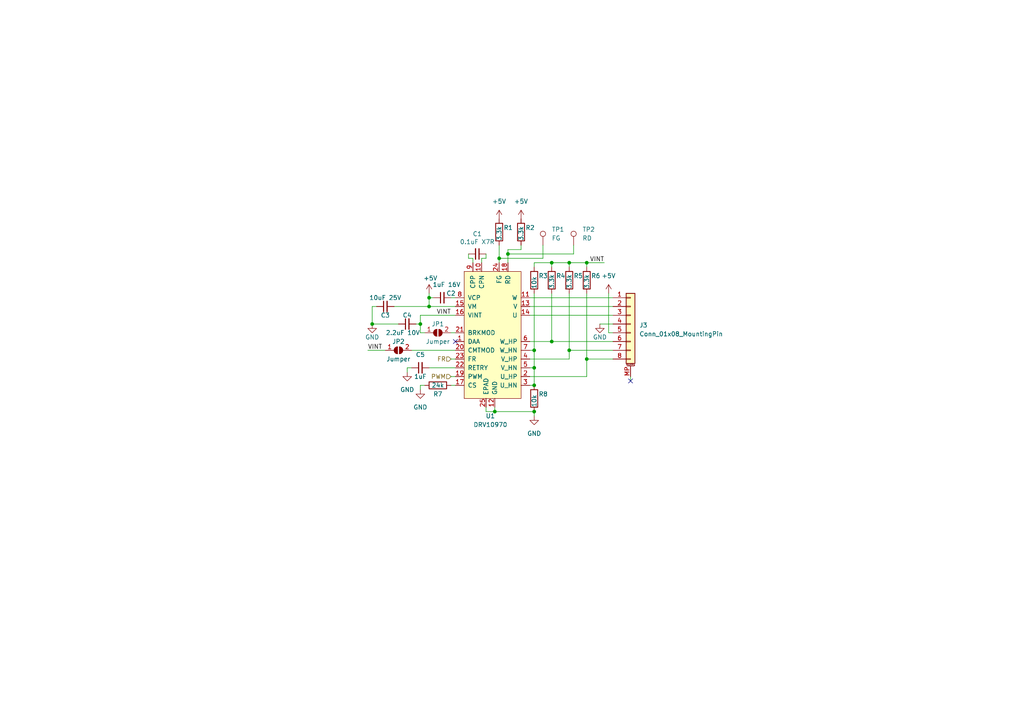
<source format=kicad_sch>
(kicad_sch (version 20211123) (generator eeschema)
  (paper "A4")
  (lib_symbols
    (symbol "Connector:TestPoint" (pin_numbers hide) (pin_names (offset 0.762) hide)
      (property "Reference" "TP" (at 0 6.858 0))
      (property "Value" "TestPoint" (at 0 5.08 0))
      (symbol "TestPoint_0_1"
        (circle (center 0 3.302) (radius 0.762))
      )
      (symbol "TestPoint_1_1"
        (pin passive line (at 0 0 90) (length 2.54) (name "1") (number "1"))
      )
    )
    (symbol "Connector_Generic_MountingPin:Conn_01x08_MountingPin" (pin_names (offset 1.016) hide)
      (property "Reference" "J" (at 0 10.16 0))
      (property "Value" "Conn_01x08_MountingPin" (at 1.27 -12.7 0))
      (symbol "Conn_01x08_MountingPin_1_1"
        (rectangle (start -1.27 -10.033) (end 0 -10.287) (stroke (width 0.1524)))
        (rectangle (start -1.27 -7.493) (end 0 -7.747) (stroke (width 0.1524)))
        (rectangle (start -1.27 -4.953) (end 0 -5.207) (stroke (width 0.1524)))
        (rectangle (start -1.27 -2.413) (end 0 -2.667) (stroke (width 0.1524)))
        (rectangle (start -1.27 0.127) (end 0 -0.127) (stroke (width 0.1524)))
        (rectangle (start -1.27 2.667) (end 0 2.413) (stroke (width 0.1524)))
        (rectangle (start -1.27 5.207) (end 0 4.953) (stroke (width 0.1524)))
        (rectangle (start -1.27 7.747) (end 0 7.493) (stroke (width 0.1524)))
        (rectangle (start -1.27 8.89) (end 1.27 -11.43) (stroke (width 0.254)) (fill (type background)))
        (polyline (pts (xy -1.016 -12.192) (xy 1.016 -12.192)) (stroke (width 0.1524)))
        (text "Mounting" (at 0 -11.811 0) (effects (font (size 0.381 0.381))))
        (pin passive line (at -5.08 7.62 0) (length 3.81) (name "Pin_1") (number "1"))
        (pin passive line (at -5.08 5.08 0) (length 3.81) (name "Pin_2") (number "2"))
        (pin passive line (at -5.08 2.54 0) (length 3.81) (name "Pin_3") (number "3"))
        (pin passive line (at -5.08 0 0) (length 3.81) (name "Pin_4") (number "4"))
        (pin passive line (at -5.08 -2.54 0) (length 3.81) (name "Pin_5") (number "5"))
        (pin passive line (at -5.08 -5.08 0) (length 3.81) (name "Pin_6") (number "6"))
        (pin passive line (at -5.08 -7.62 0) (length 3.81) (name "Pin_7") (number "7"))
        (pin passive line (at -5.08 -10.16 0) (length 3.81) (name "Pin_8") (number "8"))
        (pin passive line (at 0 -15.24 90) (length 3.048) (name "MountPin") (number "MP"))
      )
    )
    (symbol "DRV10970-HS2_Parts_1" (pin_names (offset 1.016))
      (property "Reference" "U1" (at 1.27 -25.4 0))
      (property "Value" "DRV10970-HS2_Parts_1" (at 1.27 -27.94 0))
      (symbol "DRV10970-HS2_Parts_1_0_1"
        (rectangle (start -6.35 16.51) (end 10.16 -20.32) (fill (type background)))
      )
      (symbol "DRV10970-HS2_Parts_1_1_1"
        (pin input line (at -8.89 -3.81 0) (length 2.54) (name "DAA") (number "1"))
        (pin output line (at -1.27 19.05 270) (length 2.54) (name "CPN") (number "10"))
        (pin power_out line (at 12.7 8.89 180) (length 2.54) (name "W") (number "11"))
        (pin power_in line (at 2.54 -22.86 90) (length 2.54) (name "GND") (number "12"))
        (pin power_out line (at 12.7 6.35 180) (length 2.54) (name "V") (number "13"))
        (pin power_out line (at 12.7 3.81 180) (length 2.54) (name "U") (number "14"))
        (pin power_in line (at -8.89 6.35 0) (length 2.54) (name "VM") (number "15"))
        (pin power_out line (at -8.89 3.81 0) (length 2.54) (name "VINT") (number "16"))
        (pin input line (at -8.89 -16.51 0) (length 2.54) (name "CS") (number "17"))
        (pin output line (at 6.35 19.05 270) (length 2.54) (name "RD") (number "18"))
        (pin input line (at -8.89 -13.97 0) (length 2.54) (name "PWM") (number "19"))
        (pin input line (at 12.7 -13.97 180) (length 2.54) (name "U_HP") (number "2"))
        (pin input line (at -8.89 -6.35 0) (length 2.54) (name "CMTMOD") (number "20"))
        (pin input line (at -8.89 -1.27 0) (length 2.54) (name "BRKMOD") (number "21"))
        (pin input line (at -8.89 -11.43 0) (length 2.54) (name "RETRY") (number "22"))
        (pin input line (at -8.89 -8.89 0) (length 2.54) (name "FR") (number "23"))
        (pin output line (at 3.81 19.05 270) (length 2.54) (name "FG") (number "24"))
        (pin power_in line (at 0 -22.86 90) (length 2.54) (name "EPAD") (number "25"))
        (pin input line (at 12.7 -16.51 180) (length 2.54) (name "U_HN") (number "3"))
        (pin input line (at 12.7 -8.89 180) (length 2.54) (name "V_HP") (number "4"))
        (pin input line (at 12.7 -11.43 180) (length 2.54) (name "V_HN") (number "5"))
        (pin input line (at 12.7 -3.81 180) (length 2.54) (name "W_HP") (number "6"))
        (pin input line (at 12.7 -6.35 180) (length 2.54) (name "W_HN") (number "7"))
        (pin output line (at -8.89 8.89 0) (length 2.54) (name "VCP") (number "8"))
        (pin output line (at -3.81 19.05 270) (length 2.54) (name "CPP") (number "9"))
      )
    )
    (symbol "Device:C_Small" (pin_numbers hide) (pin_names (offset 0.254) hide)
      (property "Reference" "C" (at 0.254 1.778 0))
      (property "Value" "C_Small" (at 0.254 -2.032 0))
      (symbol "C_Small_0_1"
        (polyline (pts (xy -1.524 -0.508) (xy 1.524 -0.508)) (stroke (width 0.3302)))
        (polyline (pts (xy -1.524 0.508) (xy 1.524 0.508)) (stroke (width 0.3048)))
      )
      (symbol "C_Small_1_1"
        (pin passive line (at 0 2.54 270) (length 2.032) (name "~") (number "1"))
        (pin passive line (at 0 -2.54 90) (length 2.032) (name "~") (number "2"))
      )
    )
    (symbol "Device:R" (pin_numbers hide) (pin_names (offset 0))
      (property "Reference" "R" (at 2.032 0 90))
      (property "Value" "R" (at 0 0 90))
      (symbol "R_0_1"
        (rectangle (start -1.016 -2.54) (end 1.016 2.54) (stroke (width 0.254)))
      )
      (symbol "R_1_1"
        (pin passive line (at 0 3.81 270) (length 1.27) (name "~") (number "1"))
        (pin passive line (at 0 -3.81 90) (length 1.27) (name "~") (number "2"))
      )
    )
    (symbol "Jumper:SolderJumper_2_Open" (pin_names (offset 0) hide)
      (property "Reference" "JP" (at 0 2.032 0))
      (property "Value" "SolderJumper_2_Open" (at 0 -2.54 0))
      (symbol "SolderJumper_2_Open_0_1"
        (arc (start -0.254 1.016) (mid -1.27 0) (end -0.254 -1.016))
        (arc (start -0.254 1.016) (mid -1.27 0) (end -0.254 -1.016) (fill (type outline)))
        (polyline (pts (xy -0.254 1.016) (xy -0.254 -1.016)))
        (polyline (pts (xy 0.254 1.016) (xy 0.254 -1.016)))
        (arc (start 0.254 -1.016) (mid 1.27 0) (end 0.254 1.016))
        (arc (start 0.254 -1.016) (mid 1.27 0) (end 0.254 1.016) (fill (type outline)))
      )
      (symbol "SolderJumper_2_Open_1_1"
        (pin passive line (at -3.81 0 0) (length 2.54) (name "A") (number "1"))
        (pin passive line (at 3.81 0 180) (length 2.54) (name "B") (number "2"))
      )
    )
    (symbol "power:+5V" (power) (pin_names (offset 0))
      (property "Value" "+5V" (at 0 3.556 0))
      (symbol "+5V_0_1"
        (polyline (pts (xy -0.762 1.27) (xy 0 2.54)))
        (polyline (pts (xy 0 0) (xy 0 2.54)))
        (polyline (pts (xy 0 2.54) (xy 0.762 1.27)))
      )
      (symbol "+5V_1_1"
        (pin power_in line (at 0 0 90) (length 0) hide (name "+5V") (number "1"))
      )
    )
    (symbol "power:GND" (power) (pin_names (offset 0))
      (property "Value" "GND" (at 0 -3.81 0))
      (symbol "GND_0_1"
        (polyline (pts (xy 0 0) (xy 0 -1.27) (xy 1.27 -1.27) (xy 0 -2.54) (xy -1.27 -1.27) (xy 0 -1.27)))
      )
      (symbol "GND_1_1"
        (pin power_in line (at 0 0 270) (length 0) hide (name "GND") (number "1"))
      )
    )
  )
  (junction (at 160.02 76.2))
  (junction (at 107.95 93.98))
  (junction (at 143.51 119.38))
  (junction (at 121.92 93.98))
  (junction (at 147.32 73.66))
  (junction (at 170.18 76.2))
  (junction (at 124.46 86.36))
  (junction (at 144.78 74.93))
  (junction (at 124.46 88.9))
  (junction (at 154.94 119.38))
  (junction (at 154.94 101.6))
  (junction (at 160.02 99.06))
  (junction (at 154.94 111.76))
  (junction (at 154.94 106.68))
  (junction (at 165.1 76.2))
  (junction (at 170.18 104.14))
  (junction (at 165.1 101.6))
  (no_connect (at 182.88 110.49))
  (no_connect (at 132.08 99.06))
  (wire (pts (xy 120.65 93.98) (xy 121.92 93.98)))
  (wire (pts (xy 176.53 85.09) (xy 176.53 96.52)))
  (wire (pts (xy 121.92 91.44) (xy 132.08 91.44)))
  (wire (pts (xy 154.94 119.38) (xy 143.51 119.38)))
  (wire (pts (xy 125.73 86.36) (xy 124.46 86.36)))
  (wire (pts (xy 130.81 86.36) (xy 132.08 86.36)))
  (wire (pts (xy 166.37 73.66) (xy 147.32 73.66)))
  (wire (pts (xy 135.89 73.66) (xy 135.89 74.93)))
  (wire (pts (xy 124.46 106.68) (xy 132.08 106.68)))
  (wire (pts (xy 154.94 111.76) (xy 154.94 106.68)))
  (wire (pts (xy 165.1 76.2) (xy 170.18 76.2)))
  (wire (pts (xy 147.32 73.66) (xy 147.32 76.2)))
  (wire (pts (xy 121.92 93.98) (xy 121.92 91.44)))
  (wire (pts (xy 160.02 76.2) (xy 165.1 76.2)))
  (wire (pts (xy 157.48 74.93) (xy 157.48 71.12)))
  (wire (pts (xy 130.81 104.14) (xy 132.08 104.14)))
  (wire (pts (xy 173.99 93.98) (xy 177.8 93.98)))
  (wire (pts (xy 121.92 111.76) (xy 121.92 113.03)))
  (wire (pts (xy 165.1 76.2) (xy 165.1 77.47)))
  (wire (pts (xy 139.7 76.2) (xy 139.7 74.93)))
  (wire (pts (xy 139.7 74.93) (xy 140.97 74.93)))
  (wire (pts (xy 154.94 76.2) (xy 160.02 76.2)))
  (wire (pts (xy 177.8 96.52) (xy 176.53 96.52)))
  (wire (pts (xy 140.97 73.66) (xy 140.97 74.93)))
  (wire (pts (xy 160.02 99.06) (xy 177.8 99.06)))
  (wire (pts (xy 124.46 85.09) (xy 124.46 86.36)))
  (wire (pts (xy 123.19 111.76) (xy 121.92 111.76)))
  (wire (pts (xy 160.02 77.47) (xy 160.02 76.2)))
  (wire (pts (xy 144.78 76.2) (xy 144.78 74.93)))
  (wire (pts (xy 147.32 72.39) (xy 151.13 72.39)))
  (wire (pts (xy 143.51 118.11) (xy 143.51 119.38)))
  (wire (pts (xy 182.88 110.49) (xy 182.88 109.22)))
  (wire (pts (xy 143.51 119.38) (xy 140.97 119.38)))
  (wire (pts (xy 107.95 93.98) (xy 115.57 93.98)))
  (wire (pts (xy 154.94 77.47) (xy 154.94 76.2)))
  (wire (pts (xy 107.95 88.9) (xy 109.22 88.9)))
  (wire (pts (xy 144.78 71.12) (xy 144.78 74.93)))
  (wire (pts (xy 154.94 106.68) (xy 154.94 101.6)))
  (wire (pts (xy 165.1 101.6) (xy 165.1 85.09)))
  (wire (pts (xy 107.95 88.9) (xy 107.95 93.98)))
  (wire (pts (xy 153.67 109.22) (xy 170.18 109.22)))
  (wire (pts (xy 137.16 74.93) (xy 135.89 74.93)))
  (wire (pts (xy 153.67 106.68) (xy 154.94 106.68)))
  (wire (pts (xy 154.94 85.09) (xy 154.94 101.6)))
  (wire (pts (xy 154.94 120.65) (xy 154.94 119.38)))
  (wire (pts (xy 153.67 111.76) (xy 154.94 111.76)))
  (wire (pts (xy 144.78 74.93) (xy 157.48 74.93)))
  (wire (pts (xy 140.97 119.38) (xy 140.97 118.11)))
  (wire (pts (xy 160.02 85.09) (xy 160.02 99.06)))
  (wire (pts (xy 119.38 106.68) (xy 118.11 106.68)))
  (wire (pts (xy 153.67 99.06) (xy 160.02 99.06)))
  (wire (pts (xy 170.18 104.14) (xy 177.8 104.14)))
  (wire (pts (xy 165.1 104.14) (xy 165.1 101.6)))
  (wire (pts (xy 130.81 111.76) (xy 132.08 111.76)))
  (wire (pts (xy 151.13 72.39) (xy 151.13 71.12)))
  (wire (pts (xy 170.18 76.2) (xy 175.26 76.2)))
  (wire (pts (xy 119.38 101.6) (xy 132.08 101.6)))
  (wire (pts (xy 124.46 86.36) (xy 124.46 88.9)))
  (wire (pts (xy 121.92 93.98) (xy 121.92 96.52)))
  (wire (pts (xy 153.67 88.9) (xy 177.8 88.9)))
  (wire (pts (xy 170.18 104.14) (xy 170.18 85.09)))
  (wire (pts (xy 165.1 101.6) (xy 177.8 101.6)))
  (wire (pts (xy 106.68 101.6) (xy 111.76 101.6)))
  (wire (pts (xy 118.11 106.68) (xy 118.11 107.95)))
  (wire (pts (xy 130.81 109.22) (xy 132.08 109.22)))
  (wire (pts (xy 114.3 88.9) (xy 124.46 88.9)))
  (wire (pts (xy 170.18 77.47) (xy 170.18 76.2)))
  (wire (pts (xy 124.46 88.9) (xy 132.08 88.9)))
  (wire (pts (xy 166.37 71.12) (xy 166.37 73.66)))
  (wire (pts (xy 123.19 96.52) (xy 121.92 96.52)))
  (wire (pts (xy 170.18 109.22) (xy 170.18 104.14)))
  (wire (pts (xy 153.67 86.36) (xy 177.8 86.36)))
  (wire (pts (xy 153.67 101.6) (xy 154.94 101.6)))
  (wire (pts (xy 130.81 96.52) (xy 132.08 96.52)))
  (wire (pts (xy 147.32 72.39) (xy 147.32 73.66)))
  (wire (pts (xy 153.67 91.44) (xy 177.8 91.44)))
  (wire (pts (xy 153.67 104.14) (xy 165.1 104.14)))
  (wire (pts (xy 137.16 76.2) (xy 137.16 74.93)))
  (label "VINT" (at 175.26 76.2 180))
  (label "VINT" (at 106.68 101.6 0))
  (label "VINT" (at 130.81 91.44 180))
  (hierarchical_label "PWM" (shape input) (at 130.81 109.22 180))
  (hierarchical_label "FR" (shape input) (at 130.81 104.14 180))
  (symbol (lib_id "Connector:TestPoint") (at 157.48 71.12 0) (unit 1)
    (property "Reference" "TP1" (at 160.02 66.5479 0) (effects (justify left)))
    (property "Value" "FG" (at 160.02 69.0879 0) (effects (justify left)))
    (property "Footprint" "TestPoint:TestPoint_Pad_D1.0mm" (effects hide))
  )
  (symbol (lib_id "power:GND") (at 107.95 93.98 0) (unit 1)
    (property "Reference" "#PWR07" (effects hide))
    (property "Value" "GND" (at 107.95 97.79 0))
  )
  (symbol (lib_id "power:GND") (at 118.11 107.95 0) (unit 1)
    (property "Reference" "#PWR09" (effects hide))
    (property "Value" "GND" (at 118.11 113.03 0))
  )
  (symbol (lib_id "power:+5V") (at 124.46 85.09 0) (unit 1)
    (property "Reference" "#PWR05" (effects hide))
    (property "Value" "+5V" (at 124.841 80.6958 0))
  )
  (symbol (lib_id "Device:R") (at 151.13 67.31 0) (unit 1)
    (property "Reference" "R2" (at 152.4 66.04 0) (effects (justify left)))
    (property "Value" "3.3k" (at 151.13 69.85 90) (effects (justify left)))
    (property "Footprint" "Resistor_SMD:R_0603_1608Metric_Pad0.98x0.95mm_HandSolder" (effects hide))
  )
  (symbol (lib_id "power:GND") (at 173.99 93.98 0) (unit 1)
    (property "Reference" "#PWR08" (effects hide))
    (property "Value" "GND" (at 173.99 97.79 0))
  )
  (symbol (lib_id "Device:R") (at 165.1 81.28 0) (unit 1)
    (property "Reference" "R5" (at 166.37 80.01 0) (effects (justify left)))
    (property "Value" "3.3k" (at 165.1 83.82 90) (effects (justify left)))
    (property "Footprint" "Resistor_SMD:R_0603_1608Metric_Pad0.98x0.95mm_HandSolder" (effects hide))
  )
  (symbol (lib_id "Jumper:SolderJumper_2_Open") (at 115.57 101.6 0) (unit 1)
    (property "Reference" "JP2" (at 115.57 99.06 0))
    (property "Value" "Jumper" (at 115.57 104.14 0))
    (property "Footprint" "Jumper:SolderJumper-2_P1.3mm_Open_RoundedPad1.0x1.5mm" (effects hide))
  )
  (symbol (lib_id "Device:C_Small") (at 138.43 73.66 270) (unit 1)
    (property "Reference" "C1" (at 138.43 67.8434 90))
    (property "Value" "0.1uF X7R" (at 138.43 70.1548 90))
    (property "Footprint" "Capacitor_SMD:C_0603_1608Metric_Pad1.08x0.95mm_HandSolder" (effects hide))
  )
  (symbol (lib_id "Jumper:SolderJumper_2_Open") (at 127 96.52 0) (unit 1)
    (property "Reference" "JP1" (at 127 93.98 0))
    (property "Value" "Jumper" (at 127 99.06 0))
    (property "Footprint" "Jumper:SolderJumper-2_P1.3mm_Open_RoundedPad1.0x1.5mm" (effects hide))
  )
  (symbol (lib_id "Device:R") (at 127 111.76 90) (unit 1)
    (property "Reference" "R7" (at 127 114.3 90))
    (property "Value" "24k" (at 127 111.76 90))
    (property "Footprint" "Resistor_SMD:R_0603_1608Metric_Pad0.98x0.95mm_HandSolder" (effects hide))
  )
  (symbol (lib_id "Device:R") (at 154.94 81.28 0) (unit 1)
    (property "Reference" "R3" (at 156.21 80.01 0) (effects (justify left)))
    (property "Value" "10k" (at 154.94 83.82 90) (effects (justify left)))
    (property "Footprint" "Resistor_SMD:R_0603_1608Metric_Pad0.98x0.95mm_HandSolder" (effects hide))
  )
  (symbol (lib_id "Device:C_Small") (at 111.76 88.9 90) (unit 1)
    (property "Reference" "C3" (at 111.76 91.44 90))
    (property "Value" "10uF 25V" (at 111.76 86.36 90))
    (property "Footprint" "Capacitor_SMD:C_0603_1608Metric_Pad1.08x0.95mm_HandSolder" (effects hide))
  )
  (symbol (lib_id "power:GND") (at 154.94 120.65 0) (unit 1)
    (property "Reference" "#PWR011" (effects hide))
    (property "Value" "GND" (at 154.94 125.73 0))
  )
  (symbol (lib_id "Device:R") (at 170.18 81.28 0) (unit 1)
    (property "Reference" "R6" (at 171.45 80.01 0) (effects (justify left)))
    (property "Value" "3.3k" (at 170.18 83.82 90) (effects (justify left)))
    (property "Footprint" "Resistor_SMD:R_0603_1608Metric_Pad0.98x0.95mm_HandSolder" (effects hide))
  )
  (symbol (lib_id "Device:C_Small") (at 128.27 86.36 90) (unit 1)
    (property "Reference" "C2" (at 130.81 85.09 90))
    (property "Value" "1uF 16V" (at 129.54 82.55 90))
    (property "Footprint" "Capacitor_SMD:C_0603_1608Metric_Pad1.08x0.95mm_HandSolder" (effects hide))
  )
  (symbol (lib_id "Device:R") (at 144.78 67.31 0) (unit 1)
    (property "Reference" "R1" (at 146.05 66.04 0) (effects (justify left)))
    (property "Value" "3.3k" (at 144.78 69.85 90) (effects (justify left)))
    (property "Footprint" "Resistor_SMD:R_0603_1608Metric_Pad0.98x0.95mm_HandSolder" (effects hide))
  )
  (symbol (lib_id "Connector_Generic_MountingPin:Conn_01x08_MountingPin") (at 182.88 93.98 0) (unit 1)
    (property "Reference" "J3" (at 185.42 94.3355 0) (effects (justify left)))
    (property "Value" "Conn_01x08_MountingPin" (at 185.42 96.8755 0) (effects (justify left)))
    (property "Footprint" "Connector_Molex:Molex_Pico-Lock_504050-0891_1x08-1MP_P1.50mm_Horizontal" (effects hide))
  )
  (symbol (lib_id "Device:R") (at 160.02 81.28 0) (unit 1)
    (property "Reference" "R4" (at 161.29 80.01 0) (effects (justify left)))
    (property "Value" "3.3k" (at 160.02 83.82 90) (effects (justify left)))
    (property "Footprint" "Resistor_SMD:R_0603_1608Metric_Pad0.98x0.95mm_HandSolder" (effects hide))
  )
  (symbol (lib_id "Device:R") (at 154.94 115.57 0) (unit 1)
    (property "Reference" "R8" (at 156.21 114.3 0) (effects (justify left)))
    (property "Value" "10k" (at 154.94 118.11 90) (effects (justify left)))
    (property "Footprint" "Resistor_SMD:R_0603_1608Metric_Pad0.98x0.95mm_HandSolder" (effects hide))
  )
  (symbol (lib_id "power:+5V") (at 151.13 63.5 0) (unit 1)
    (property "Reference" "#PWR04" (effects hide))
    (property "Value" "+5V" (at 151.13 58.42 0))
  )
  (symbol (lib_id "Connector:TestPoint") (at 166.37 71.12 0) (unit 1)
    (property "Reference" "TP2" (at 168.91 66.5479 0) (effects (justify left)))
    (property "Value" "RD" (at 168.91 69.0879 0) (effects (justify left)))
    (property "Footprint" "TestPoint:TestPoint_Pad_D1.0mm" (effects hide))
  )
  (symbol (lib_id "power:GND") (at 121.92 113.03 0) (unit 1)
    (property "Reference" "#PWR010" (effects hide))
    (property "Value" "GND" (at 121.92 118.11 0))
  )
  (symbol (lib_id "power:+5V") (at 144.78 63.5 0) (unit 1)
    (property "Reference" "#PWR03" (effects hide))
    (property "Value" "+5V" (at 144.78 58.42 0))
  )
  (symbol (lib_id "Device:C_Small") (at 118.11 93.98 90) (unit 1)
    (property "Reference" "C4" (at 118.11 91.44 90))
    (property "Value" "2.2uF 10V" (at 116.84 96.52 90))
    (property "Footprint" "Capacitor_SMD:C_0603_1608Metric_Pad1.08x0.95mm_HandSolder" (effects hide))
  )
  (symbol (lib_id "Device:C_Small") (at 121.92 106.68 90) (mirror x) (unit 1)
    (property "Reference" "C5" (at 121.92 102.87 90))
    (property "Value" "1uF" (at 121.92 109.22 90))
    (property "Footprint" "Capacitor_SMD:C_0603_1608Metric_Pad1.08x0.95mm_HandSolder" (effects hide))
  )
  (symbol (lib_name "DRV10970-HS2_Parts_1") (lib_id "Modular_single_driver_Driver-rescue:DRV10970-HS2_Parts") (at 140.97 95.25 0) (unit 1)
    (property "Reference" "U1" (at 142.24 120.65 0))
    (property "Value" "DRV10970" (at 142.24 123.19 0))
    (property "Footprint" "Package_SO:HTSSOP-24-1EP_4.4x7.8mm_P0.65mm_EP3.4x7.8mm_Mask2.4x4.68mm_ThermalVias" (effects hide))
    (property "Datasheet" "https://www.ti.com/lit/ds/symlink/drv10970.pdf?HQS=TI-null-null-digikeymode-df-pf-null-wwe&ts=1604208046281" (effects hide))
  )
  (symbol (lib_id "power:+5V") (at 176.53 85.09 0) (unit 1)
    (property "Reference" "#PWR06" (effects hide))
    (property "Value" "+5V" (at 176.53 80.01 0))
  )
)
</source>
